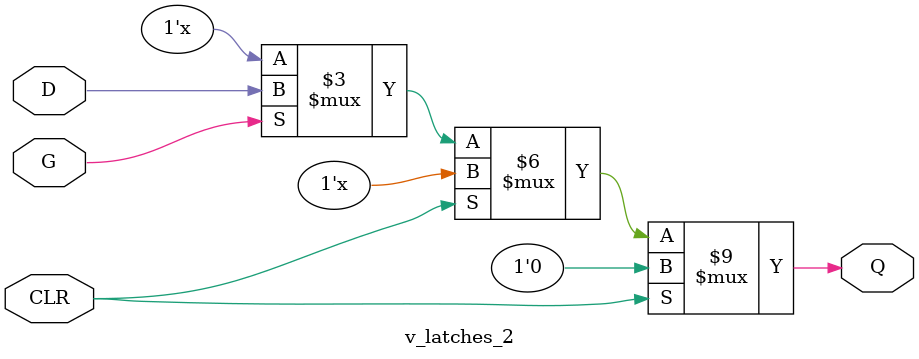
<source format=v>
module v_latches_2 (G, D, CLR, Q);
    input G, D, CLR;
    output Q;
    reg Q;
    
    always @(G or D or CLR)
    begin
        if (CLR)
            Q = 1'b0;
        else if (G)
            Q = D;
    end
endmodule

</source>
